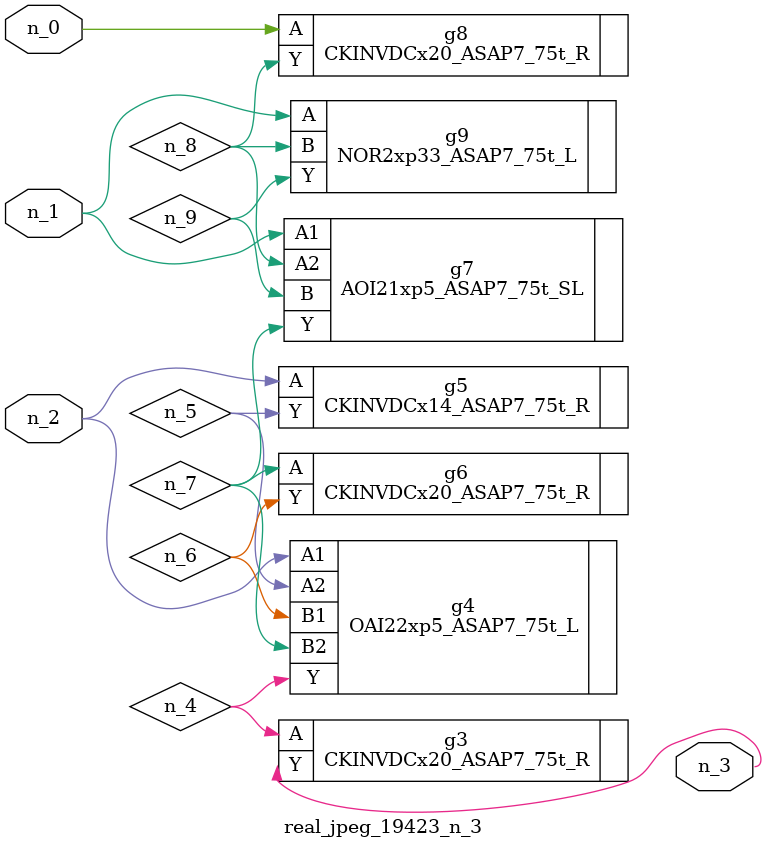
<source format=v>
module real_jpeg_19423_n_3 (n_1, n_0, n_2, n_3);

input n_1;
input n_0;
input n_2;

output n_3;

wire n_5;
wire n_8;
wire n_4;
wire n_6;
wire n_7;
wire n_9;

CKINVDCx20_ASAP7_75t_R g8 ( 
.A(n_0),
.Y(n_8)
);

AOI21xp5_ASAP7_75t_SL g7 ( 
.A1(n_1),
.A2(n_8),
.B(n_9),
.Y(n_7)
);

NOR2xp33_ASAP7_75t_L g9 ( 
.A(n_1),
.B(n_8),
.Y(n_9)
);

OAI22xp5_ASAP7_75t_L g4 ( 
.A1(n_2),
.A2(n_5),
.B1(n_6),
.B2(n_7),
.Y(n_4)
);

CKINVDCx14_ASAP7_75t_R g5 ( 
.A(n_2),
.Y(n_5)
);

CKINVDCx20_ASAP7_75t_R g3 ( 
.A(n_4),
.Y(n_3)
);

CKINVDCx20_ASAP7_75t_R g6 ( 
.A(n_7),
.Y(n_6)
);


endmodule
</source>
